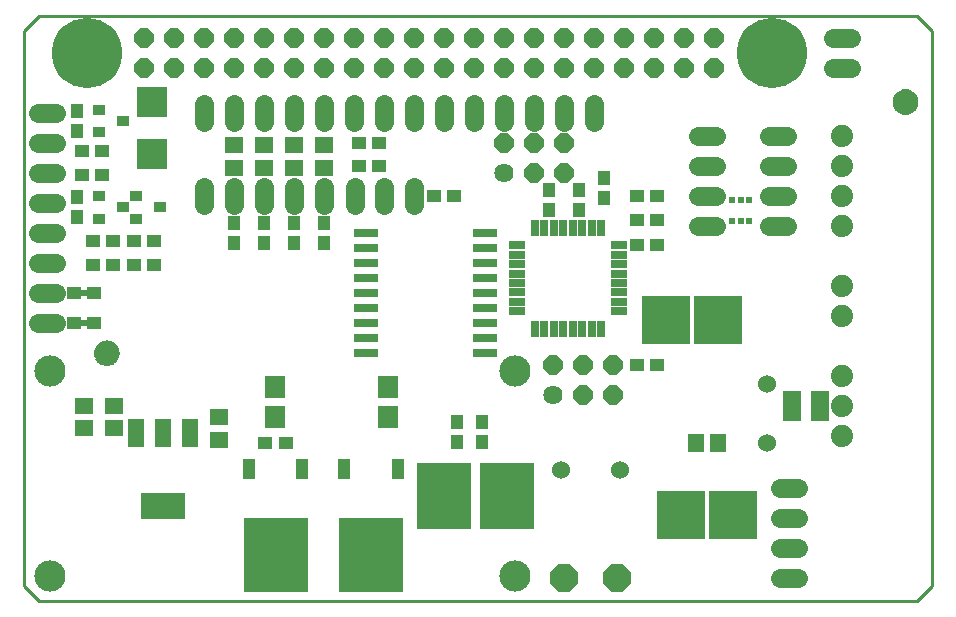
<source format=gbs>
G75*
%MOIN*%
%OFA0B0*%
%FSLAX25Y25*%
%IPPOS*%
%LPD*%
%AMOC8*
5,1,8,0,0,1.08239X$1,22.5*
%
%ADD10C,0.01000*%
%ADD11R,0.04731X0.04337*%
%ADD12R,0.08400X0.03000*%
%ADD13R,0.04337X0.04731*%
%ADD14C,0.06400*%
%ADD15OC8,0.06400*%
%ADD16C,0.06400*%
%ADD17OC8,0.09400*%
%ADD18R,0.04400X0.02000*%
%ADD19R,0.02600X0.05400*%
%ADD20R,0.05400X0.02600*%
%ADD21R,0.05200X0.09200*%
%ADD22R,0.14573X0.09061*%
%ADD23R,0.15900X0.15900*%
%ADD24R,0.06306X0.05518*%
%ADD25R,0.02369X0.02369*%
%ADD26R,0.01975X0.02369*%
%ADD27C,0.10400*%
%ADD28C,0.07400*%
%ADD29R,0.03900X0.03500*%
%ADD30R,0.21660X0.24809*%
%ADD31R,0.04337X0.06699*%
%ADD32R,0.06502X0.07408*%
%ADD33C,0.06000*%
%ADD34R,0.09849X0.09849*%
%ADD35R,0.05518X0.06306*%
%ADD36R,0.18117X0.22447*%
%ADD37C,0.23400*%
%ADD38C,0.00500*%
%ADD39R,0.05912X0.09849*%
D10*
X0037595Y0057683D02*
X0032595Y0062683D01*
X0032595Y0247683D01*
X0037595Y0252683D01*
X0330095Y0252683D01*
X0335095Y0247683D01*
X0335095Y0062683D01*
X0330095Y0057683D01*
X0037595Y0057683D01*
D11*
X0112999Y0110183D03*
X0119692Y0110183D03*
X0055942Y0150183D03*
X0049249Y0150183D03*
X0049249Y0160183D03*
X0055942Y0160183D03*
X0055499Y0169558D03*
X0062192Y0169558D03*
X0069249Y0169558D03*
X0075942Y0169558D03*
X0075942Y0177683D03*
X0069249Y0177683D03*
X0062192Y0177683D03*
X0055499Y0177683D03*
X0058442Y0199558D03*
X0051749Y0199558D03*
X0051749Y0207683D03*
X0058442Y0207683D03*
X0144249Y0210183D03*
X0150942Y0210183D03*
X0150942Y0202683D03*
X0144249Y0202683D03*
X0169249Y0192683D03*
X0175942Y0192683D03*
X0236749Y0192683D03*
X0243442Y0192683D03*
X0243442Y0184558D03*
X0236749Y0184558D03*
X0236749Y0176433D03*
X0243442Y0176433D03*
X0243442Y0136433D03*
X0236749Y0136433D03*
D12*
X0186145Y0140183D03*
X0186145Y0145183D03*
X0186145Y0150183D03*
X0186145Y0155183D03*
X0186145Y0160183D03*
X0186145Y0165183D03*
X0186145Y0170183D03*
X0186145Y0175183D03*
X0186145Y0180183D03*
X0146545Y0180183D03*
X0146545Y0175183D03*
X0146545Y0170183D03*
X0146545Y0165183D03*
X0146545Y0160183D03*
X0146545Y0155183D03*
X0146545Y0150183D03*
X0146545Y0145183D03*
X0146545Y0140183D03*
D13*
X0176970Y0117280D03*
X0185095Y0117280D03*
X0185095Y0110587D03*
X0176970Y0110587D03*
X0132595Y0176837D03*
X0122595Y0176837D03*
X0112595Y0176837D03*
X0102595Y0176837D03*
X0102595Y0183530D03*
X0112595Y0183530D03*
X0122595Y0183530D03*
X0132595Y0183530D03*
X0207595Y0188087D03*
X0207595Y0194780D03*
X0217595Y0194780D03*
X0225720Y0191837D03*
X0217595Y0188087D03*
X0225720Y0198530D03*
X0050095Y0192280D03*
X0050095Y0185587D03*
X0050095Y0214337D03*
X0050095Y0221030D03*
D14*
X0192595Y0200183D03*
X0208845Y0126433D03*
D15*
X0218845Y0126433D03*
X0228845Y0126433D03*
X0228845Y0136433D03*
X0218845Y0136433D03*
X0208845Y0136433D03*
X0212595Y0200183D03*
X0202595Y0200183D03*
X0202595Y0210183D03*
X0192595Y0210183D03*
X0212595Y0210183D03*
X0212595Y0235183D03*
X0202595Y0235183D03*
X0192595Y0235183D03*
X0182595Y0235183D03*
X0172595Y0235183D03*
X0162595Y0235183D03*
X0152595Y0235183D03*
X0142595Y0235183D03*
X0132595Y0235183D03*
X0122595Y0235183D03*
X0112595Y0235183D03*
X0102595Y0235183D03*
X0092595Y0235183D03*
X0082595Y0235183D03*
X0072595Y0235183D03*
X0072595Y0245183D03*
X0082595Y0245183D03*
X0092595Y0245183D03*
X0102595Y0245183D03*
X0112595Y0245183D03*
X0122595Y0245183D03*
X0132595Y0245183D03*
X0142595Y0245183D03*
X0152595Y0245183D03*
X0162595Y0245183D03*
X0172595Y0245183D03*
X0182595Y0245183D03*
X0192595Y0245183D03*
X0202595Y0245183D03*
X0212595Y0245183D03*
X0222595Y0245183D03*
X0232595Y0245183D03*
X0232595Y0235183D03*
X0222595Y0235183D03*
X0242595Y0235183D03*
X0252595Y0235183D03*
X0262595Y0235183D03*
X0262595Y0245183D03*
X0252595Y0245183D03*
X0242595Y0245183D03*
D16*
X0222595Y0223183D02*
X0222595Y0217183D01*
X0212595Y0217183D02*
X0212595Y0223183D01*
X0202595Y0223183D02*
X0202595Y0217183D01*
X0192595Y0217183D02*
X0192595Y0223183D01*
X0182595Y0223183D02*
X0182595Y0217183D01*
X0172595Y0217183D02*
X0172595Y0223183D01*
X0162595Y0223183D02*
X0162595Y0217183D01*
X0152595Y0217183D02*
X0152595Y0223183D01*
X0142595Y0223183D02*
X0142595Y0217183D01*
X0132595Y0217183D02*
X0132595Y0223183D01*
X0122595Y0223183D02*
X0122595Y0217183D01*
X0112595Y0217183D02*
X0112595Y0223183D01*
X0102595Y0223183D02*
X0102595Y0217183D01*
X0092595Y0217183D02*
X0092595Y0223183D01*
X0043095Y0220183D02*
X0037095Y0220183D01*
X0037095Y0210183D02*
X0043095Y0210183D01*
X0043095Y0200183D02*
X0037095Y0200183D01*
X0037095Y0190183D02*
X0043095Y0190183D01*
X0043095Y0180183D02*
X0037095Y0180183D01*
X0037095Y0170183D02*
X0043095Y0170183D01*
X0043095Y0160183D02*
X0037095Y0160183D01*
X0037095Y0150183D02*
X0043095Y0150183D01*
X0092595Y0189683D02*
X0092595Y0195683D01*
X0102595Y0195683D02*
X0102595Y0189683D01*
X0112595Y0189683D02*
X0112595Y0195683D01*
X0122595Y0195683D02*
X0122595Y0189683D01*
X0132595Y0189683D02*
X0132595Y0195683D01*
X0142748Y0195578D02*
X0142748Y0189578D01*
X0152590Y0189578D02*
X0152590Y0195578D01*
X0162433Y0195578D02*
X0162433Y0189578D01*
X0257095Y0192683D02*
X0263095Y0192683D01*
X0263095Y0202683D02*
X0257095Y0202683D01*
X0257095Y0212683D02*
X0263095Y0212683D01*
X0280845Y0212683D02*
X0286845Y0212683D01*
X0286845Y0202683D02*
X0280845Y0202683D01*
X0280845Y0192683D02*
X0286845Y0192683D01*
X0286845Y0182683D02*
X0280845Y0182683D01*
X0263095Y0182683D02*
X0257095Y0182683D01*
X0302095Y0235183D02*
X0308095Y0235183D01*
X0308095Y0245183D02*
X0302095Y0245183D01*
X0290595Y0095183D02*
X0284595Y0095183D01*
X0284595Y0085183D02*
X0290595Y0085183D01*
X0290595Y0075183D02*
X0284595Y0075183D01*
X0284595Y0065183D02*
X0290595Y0065183D01*
D17*
X0230095Y0065183D03*
X0212595Y0065183D03*
D18*
X0052595Y0150183D03*
X0052595Y0160183D03*
D19*
X0202822Y0148283D03*
X0205971Y0148283D03*
X0209121Y0148283D03*
X0212270Y0148283D03*
X0215420Y0148283D03*
X0218570Y0148283D03*
X0221719Y0148283D03*
X0224869Y0148283D03*
X0224869Y0182083D03*
X0221719Y0182083D03*
X0218570Y0182083D03*
X0215420Y0182083D03*
X0212270Y0182083D03*
X0209121Y0182083D03*
X0205971Y0182083D03*
X0202822Y0182083D03*
D20*
X0196945Y0176207D03*
X0196945Y0173057D03*
X0196945Y0169907D03*
X0196945Y0166758D03*
X0196945Y0163608D03*
X0196945Y0160459D03*
X0196945Y0157309D03*
X0196945Y0154159D03*
X0230745Y0154159D03*
X0230745Y0157309D03*
X0230745Y0160459D03*
X0230745Y0163608D03*
X0230745Y0166758D03*
X0230745Y0169907D03*
X0230745Y0173057D03*
X0230745Y0176207D03*
D21*
X0087945Y0113633D03*
X0078845Y0113633D03*
X0069745Y0113633D03*
D22*
X0078845Y0089232D03*
D23*
X0246345Y0151433D03*
X0263845Y0151433D03*
X0268845Y0086433D03*
X0251345Y0086433D03*
D24*
X0097595Y0111443D03*
X0097595Y0118923D03*
X0062595Y0115193D03*
X0052595Y0115193D03*
X0052595Y0122673D03*
X0062595Y0122673D03*
X0102595Y0202068D03*
X0112595Y0202068D03*
X0122595Y0202068D03*
X0132595Y0202068D03*
X0132595Y0209548D03*
X0122595Y0209548D03*
X0112595Y0209548D03*
X0102595Y0209548D03*
D25*
X0268392Y0191226D03*
X0274298Y0191226D03*
X0274298Y0184140D03*
X0268392Y0184140D03*
D26*
X0271345Y0184140D03*
X0271345Y0191226D03*
D27*
X0196134Y0134346D03*
X0196134Y0065843D03*
X0041015Y0065843D03*
X0041015Y0134346D03*
D28*
X0305095Y0132683D03*
X0305095Y0122683D03*
X0305095Y0112683D03*
X0305095Y0152683D03*
X0305095Y0162683D03*
X0305095Y0182683D03*
X0305095Y0192683D03*
X0305095Y0202683D03*
X0305095Y0212683D03*
D29*
X0077845Y0188833D03*
X0069845Y0185033D03*
X0065345Y0188833D03*
X0069845Y0192633D03*
X0057345Y0192633D03*
X0057345Y0185033D03*
X0057345Y0213783D03*
X0065345Y0217583D03*
X0057345Y0221383D03*
D30*
X0116345Y0072841D03*
X0148220Y0072841D03*
D31*
X0139244Y0101581D03*
X0125322Y0101581D03*
X0107369Y0101581D03*
X0157197Y0101581D03*
D32*
X0153875Y0118933D03*
X0153875Y0128933D03*
X0116316Y0128933D03*
X0116316Y0118933D03*
D33*
X0211503Y0101433D03*
X0231188Y0101433D03*
X0280095Y0110341D03*
X0280095Y0130026D03*
D34*
X0075095Y0206522D03*
X0075095Y0223845D03*
D35*
X0256355Y0110183D03*
X0263835Y0110183D03*
D36*
X0193383Y0092683D03*
X0172536Y0092683D03*
D37*
X0281768Y0240183D03*
X0053422Y0240183D03*
D38*
X0060095Y0144120D02*
X0060779Y0144060D01*
X0061442Y0143883D01*
X0062064Y0143593D01*
X0062626Y0143199D01*
X0063111Y0142714D01*
X0063505Y0142152D01*
X0063795Y0141530D01*
X0063972Y0140867D01*
X0064032Y0140183D01*
X0063972Y0139499D01*
X0063795Y0138837D01*
X0063505Y0138215D01*
X0063111Y0137652D01*
X0062626Y0137167D01*
X0062064Y0136774D01*
X0061442Y0136484D01*
X0060779Y0136306D01*
X0060095Y0136246D01*
X0059412Y0136306D01*
X0058749Y0136484D01*
X0058127Y0136774D01*
X0057564Y0137167D01*
X0057079Y0137652D01*
X0056686Y0138215D01*
X0056396Y0138837D01*
X0056218Y0139499D01*
X0056158Y0140183D01*
X0056218Y0140867D01*
X0056396Y0141530D01*
X0056686Y0142152D01*
X0057079Y0142714D01*
X0057564Y0143199D01*
X0058127Y0143593D01*
X0058749Y0143883D01*
X0059412Y0144060D01*
X0060095Y0144120D01*
X0058909Y0143926D02*
X0061282Y0143926D01*
X0062300Y0143427D02*
X0057890Y0143427D01*
X0057294Y0142929D02*
X0062896Y0142929D01*
X0063310Y0142430D02*
X0056881Y0142430D01*
X0056583Y0141931D02*
X0063607Y0141931D01*
X0063821Y0141433D02*
X0056370Y0141433D01*
X0056236Y0140934D02*
X0063954Y0140934D01*
X0064010Y0140436D02*
X0056180Y0140436D01*
X0056180Y0139937D02*
X0064011Y0139937D01*
X0063956Y0139439D02*
X0056234Y0139439D01*
X0056368Y0138940D02*
X0063823Y0138940D01*
X0063611Y0138442D02*
X0056580Y0138442D01*
X0056875Y0137943D02*
X0063315Y0137943D01*
X0062904Y0137445D02*
X0057287Y0137445D01*
X0057880Y0136946D02*
X0062311Y0136946D01*
X0061309Y0136448D02*
X0058882Y0136448D01*
X0322646Y0222587D02*
X0322468Y0223249D01*
X0322408Y0223933D01*
X0322468Y0224617D01*
X0322646Y0225280D01*
X0322936Y0225902D01*
X0323329Y0226464D01*
X0323814Y0226949D01*
X0324377Y0227343D01*
X0324999Y0227633D01*
X0325662Y0227810D01*
X0326345Y0227870D01*
X0327029Y0227810D01*
X0327692Y0227633D01*
X0328314Y0227343D01*
X0328876Y0226949D01*
X0329361Y0226464D01*
X0329755Y0225902D01*
X0330045Y0225280D01*
X0330222Y0224617D01*
X0330282Y0223933D01*
X0330222Y0223249D01*
X0330045Y0222587D01*
X0329755Y0221965D01*
X0329361Y0221402D01*
X0328876Y0220917D01*
X0328314Y0220524D01*
X0327692Y0220234D01*
X0327029Y0220056D01*
X0326345Y0219996D01*
X0325662Y0220056D01*
X0324999Y0220234D01*
X0324377Y0220524D01*
X0323814Y0220917D01*
X0323329Y0221402D01*
X0322936Y0221965D01*
X0322646Y0222587D01*
X0322618Y0222690D02*
X0330073Y0222690D01*
X0330206Y0223189D02*
X0322484Y0223189D01*
X0322430Y0223687D02*
X0330261Y0223687D01*
X0330260Y0224186D02*
X0322430Y0224186D01*
X0322486Y0224684D02*
X0330204Y0224684D01*
X0330071Y0225183D02*
X0322620Y0225183D01*
X0322833Y0225681D02*
X0329857Y0225681D01*
X0329560Y0226180D02*
X0323130Y0226180D01*
X0323544Y0226678D02*
X0329146Y0226678D01*
X0328550Y0227177D02*
X0324140Y0227177D01*
X0325158Y0227675D02*
X0327532Y0227675D01*
X0329861Y0222192D02*
X0322830Y0222192D01*
X0323126Y0221693D02*
X0329565Y0221693D01*
X0329153Y0221195D02*
X0323537Y0221195D01*
X0324130Y0220696D02*
X0328560Y0220696D01*
X0327558Y0220198D02*
X0325132Y0220198D01*
D39*
X0297945Y0122683D03*
X0288496Y0122683D03*
M02*

</source>
